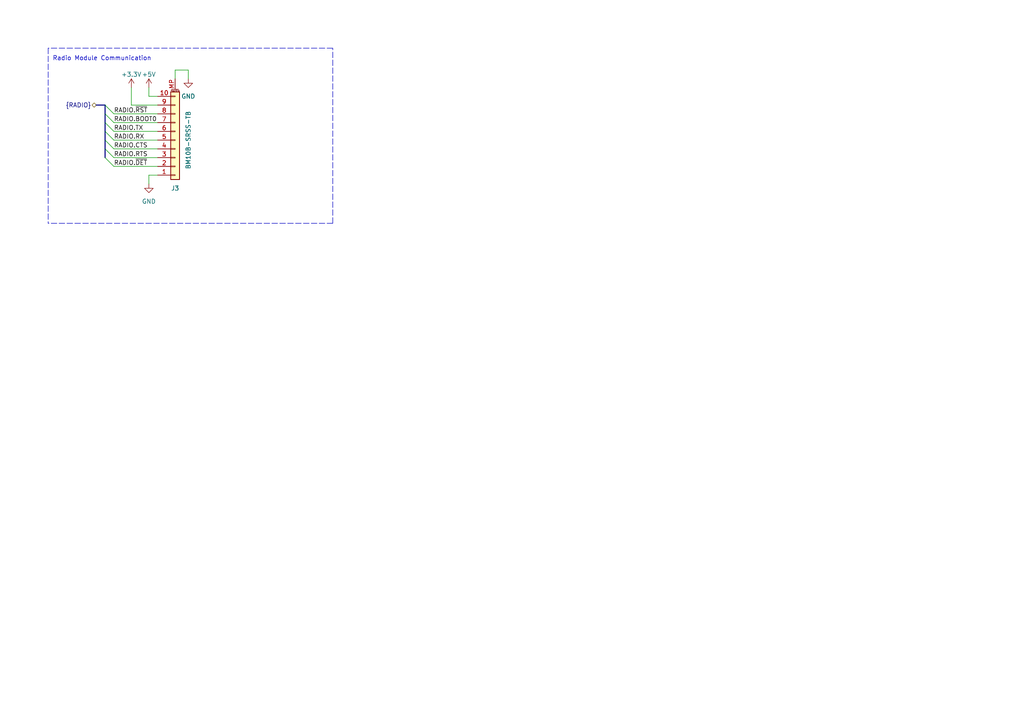
<source format=kicad_sch>
(kicad_sch (version 20230121) (generator eeschema)
  (paper "A4")
  (lib_symbols
    (symbol "Connector_Generic_MountingPin:Conn_01x10_MountingPin" (pin_names (offset 1.016) hide)
      (property "Reference" "J" (at 0 12.7 0))
      (property "Value" "Conn_01x10_MountingPin" (at 1.27 -15.24 0))
      (symbol "Conn_01x10_MountingPin_1_1"
        (rectangle (start -1.27 -12.573) (end 0 -12.827) (stroke (width 0.1524)))
        (rectangle (start -1.27 -10.033) (end 0 -10.287) (stroke (width 0.1524)))
        (rectangle (start -1.27 -7.493) (end 0 -7.747) (stroke (width 0.1524)))
        (rectangle (start -1.27 -4.953) (end 0 -5.207) (stroke (width 0.1524)))
        (rectangle (start -1.27 -2.413) (end 0 -2.667) (stroke (width 0.1524)))
        (rectangle (start -1.27 0.127) (end 0 -0.127) (stroke (width 0.1524)))
        (rectangle (start -1.27 2.667) (end 0 2.413) (stroke (width 0.1524)))
        (rectangle (start -1.27 5.207) (end 0 4.953) (stroke (width 0.1524)))
        (rectangle (start -1.27 7.747) (end 0 7.493) (stroke (width 0.1524)))
        (rectangle (start -1.27 10.287) (end 0 10.033) (stroke (width 0.1524)))
        (rectangle (start -1.27 11.43) (end 1.27 -13.97) (stroke (width 0.254)) (fill (type background)))
        (polyline (pts (xy -1.016 -14.732) (xy 1.016 -14.732)) (stroke (width 0.1524)))
        (text "Mounting" (at 0 -14.351 0) (effects (font (size 0.381 0.381))))
        (pin passive line (at -5.08 10.16 0) (length 3.81) (name "Pin_1") (number "1"))
        (pin passive line (at -5.08 -12.7 0) (length 3.81) (name "Pin_10") (number "10"))
        (pin passive line (at -5.08 7.62 0) (length 3.81) (name "Pin_2") (number "2"))
        (pin passive line (at -5.08 5.08 0) (length 3.81) (name "Pin_3") (number "3"))
        (pin passive line (at -5.08 2.54 0) (length 3.81) (name "Pin_4") (number "4"))
        (pin passive line (at -5.08 0 0) (length 3.81) (name "Pin_5") (number "5"))
        (pin passive line (at -5.08 -2.54 0) (length 3.81) (name "Pin_6") (number "6"))
        (pin passive line (at -5.08 -5.08 0) (length 3.81) (name "Pin_7") (number "7"))
        (pin passive line (at -5.08 -7.62 0) (length 3.81) (name "Pin_8") (number "8"))
        (pin passive line (at -5.08 -10.16 0) (length 3.81) (name "Pin_9") (number "9"))
        (pin passive line (at 0 -17.78 90) (length 3.048) (name "MountPin") (number "MP"))
      )
    )
    (symbol "power:+3.3V" (power) (pin_names (offset 0))
      (property "Value" "+3.3V" (at 0 3.556 0))
      (symbol "+3.3V_0_1"
        (polyline (pts (xy -0.762 1.27) (xy 0 2.54)))
        (polyline (pts (xy 0 0) (xy 0 2.54)))
        (polyline (pts (xy 0 2.54) (xy 0.762 1.27)))
      )
      (symbol "+3.3V_1_1"
        (pin power_in line (at 0 0 90) (length 0) hide (name "+3.3V") (number "1"))
      )
    )
    (symbol "power:+5V" (power) (pin_names (offset 0))
      (property "Value" "+5V" (at 0 3.556 0))
      (symbol "+5V_0_1"
        (polyline (pts (xy -0.762 1.27) (xy 0 2.54)))
        (polyline (pts (xy 0 0) (xy 0 2.54)))
        (polyline (pts (xy 0 2.54) (xy 0.762 1.27)))
      )
      (symbol "+5V_1_1"
        (pin power_in line (at 0 0 90) (length 0) hide (name "+5V") (number "1"))
      )
    )
    (symbol "power:GND" (power) (pin_names (offset 0))
      (property "Value" "GND" (at 0 -3.81 0))
      (symbol "GND_0_1"
        (polyline (pts (xy 0 0) (xy 0 -1.27) (xy 1.27 -1.27) (xy 0 -2.54) (xy -1.27 -1.27) (xy 0 -1.27)))
      )
      (symbol "GND_1_1"
        (pin power_in line (at 0 0 270) (length 0) hide (name "GND") (number "1"))
      )
    )
  )
  (bus_entry (at 30.48 30.48) (size 2.54 2.54))
  (bus_entry (at 30.48 40.64) (size 2.54 2.54))
  (bus_entry (at 30.48 45.72) (size 2.54 2.54))
  (bus_entry (at 30.48 38.1) (size 2.54 2.54))
  (bus_entry (at 30.48 33.02) (size 2.54 2.54))
  (bus_entry (at 30.48 35.56) (size 2.54 2.54))
  (bus_entry (at 30.48 43.18) (size 2.54 2.54))
  (wire (pts (xy 33.02 40.64) (xy 45.72 40.64)))
  (wire (pts (xy 43.18 50.8) (xy 43.18 53.34)))
  (wire (pts (xy 50.8 22.86) (xy 50.8 20.32)))
  (wire (pts (xy 43.18 27.94) (xy 45.72 27.94)))
  (bus (pts (xy 30.48 38.1) (xy 30.48 40.64)))
  (wire (pts (xy 38.1 30.48) (xy 45.72 30.48)))
  (polyline (pts (xy 96.52 13.97) (xy 13.97 13.97)) (stroke (width 0) (type dash)))
  (bus (pts (xy 30.48 33.02) (xy 30.48 35.56)))
  (wire (pts (xy 54.61 20.32) (xy 54.61 22.86)))
  (polyline (pts (xy 96.52 64.77) (xy 13.97 64.77)) (stroke (width 0) (type dash)))
  (wire (pts (xy 33.02 35.56) (xy 45.72 35.56)))
  (wire (pts (xy 33.02 48.26) (xy 45.72 48.26)))
  (bus (pts (xy 30.48 30.48) (xy 27.94 30.48)))
  (wire (pts (xy 38.1 25.4) (xy 38.1 30.48)))
  (wire (pts (xy 33.02 43.18) (xy 45.72 43.18)))
  (bus (pts (xy 30.48 33.02) (xy 30.48 30.48)))
  (bus (pts (xy 30.48 35.56) (xy 30.48 38.1)))
  (bus (pts (xy 30.48 40.64) (xy 30.48 43.18)))
  (bus (pts (xy 30.48 43.18) (xy 30.48 45.72)))
  (wire (pts (xy 33.02 38.1) (xy 45.72 38.1)))
  (wire (pts (xy 50.8 20.32) (xy 54.61 20.32)))
  (polyline (pts (xy 96.52 64.77) (xy 96.52 13.97)) (stroke (width 0) (type dash)))
  (polyline (pts (xy 13.97 13.97) (xy 13.97 64.77)) (stroke (width 0) (type dash)))
  (wire (pts (xy 33.02 33.02) (xy 45.72 33.02)))
  (wire (pts (xy 33.02 45.72) (xy 45.72 45.72)))
  (wire (pts (xy 45.72 50.8) (xy 43.18 50.8)))
  (wire (pts (xy 43.18 25.4) (xy 43.18 27.94)))
  (text "Radio Module Communication" (at 15.24 17.78 0) (effects (font (size 1.27 1.27)) (justify left bottom)))
  (label "RADIO.TX" (at 33.02 38.1 0))
  (label "RADIO.RX" (at 33.02 40.64 0))
  (label "RADIO.~{RST}" (at 33.02 33.02 0))
  (label "RADIO.BOOT0" (at 33.02 35.56 0))
  (label "RADIO.RTS" (at 33.02 45.72 0))
  (label "RADIO.~{DET}" (at 33.02 48.26 0))
  (label "RADIO.CTS" (at 33.02 43.18 0))
  (hierarchical_label "{RADIO}" (shape bidirectional) (at 27.94 30.48 180))
  (symbol (lib_id "power:+3.3V") (at 38.1 25.4 0) (unit 1)
    (property "Reference" "#PWR067" (effects hide))
    (property "Value" "+3.3V" (at 38.1 21.59 0))
    (instances (project "control" (path "" (reference "#PWR067") (unit 1)) (path "" (reference "#PWR014") (unit 1)) (path "" (reference "#PWR0291") (unit 1))))
  )
  (symbol (lib_id "power:GND") (at 54.61 22.86 0) (unit 1)
    (property "Reference" "#PWR071" (effects hide))
    (property "Value" "GND" (at 54.61 27.94 0))
    (instances (project "control" (path "" (reference "#PWR071") (unit 1)) (path "" (reference "#PWR021") (unit 1)) (path "" (reference "#PWR0294") (unit 1))))
  )
  (symbol (lib_id "Connector_Generic_MountingPin:Conn_01x10_MountingPin") (at 50.8 40.64 0) (mirror x) (unit 1)
    (property "Reference" "J3" (at 50.8 54.61 0))
    (property "Value" "BM10B-SRSS-TB" (at 54.61 40.64 90))
    (property "Footprint" "Connector_JST:JST_SH_BM10B-SRSS-TB_1x10-1MP_P1.00mm_Vertical" (effects hide))
    (instances (project "control" (path "" (reference "J3") (unit 1)) (path "" (reference "J5") (unit 1)) (path "" (reference "J15") (unit 1))))
  )
  (symbol (lib_id "power:GND") (at 43.18 53.34 0) (unit 1)
    (property "Reference" "#PWR069" (effects hide))
    (property "Value" "GND" (at 43.18 58.42 0))
    (instances (project "control" (path "" (reference "#PWR069") (unit 1)) (path "" (reference "#PWR018") (unit 1)) (path "" (reference "#PWR0293") (unit 1))))
  )
  (symbol (lib_id "power:+5V") (at 43.18 25.4 0) (unit 1)
    (property "Reference" "#PWR068" (effects hide))
    (property "Value" "+5V" (at 43.1799 21.59 0))
    (instances (project "control" (path "" (reference "#PWR068") (unit 1)) (path "" (reference "#PWR017") (unit 1)) (path "" (reference "#PWR0292") (unit 1))))
  )
)
</source>
